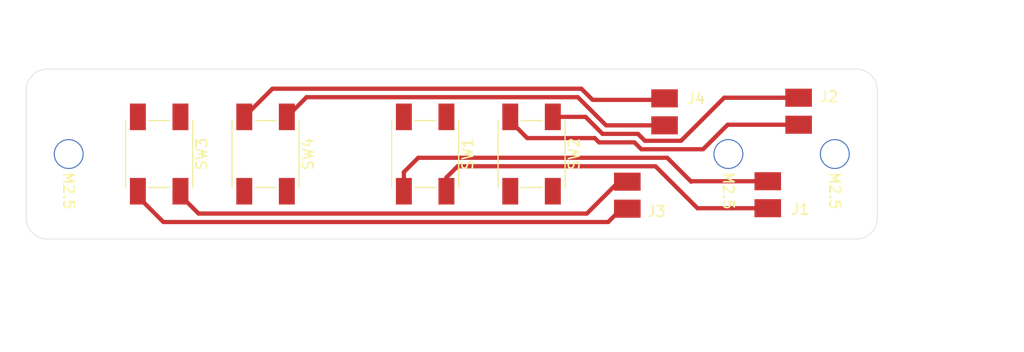
<source format=kicad_pcb>
(kicad_pcb (version 20221018) (generator pcbnew)
  (layers (0 "F.Cu" signal) (31 "B.Cu" signal) (34 "B.Paste" user) (35 "F.Paste" user) (36 "B.SilkS" user "B.Silkscreen") (37 "F.SilkS" user "F.Silkscreen") (38 "B.Mask" user) (39 "F.Mask" user) (44 "Edge.Cuts" user))
  (net 0 "")
  (net 1 "TPAD_A")
  (net 2 "TPAD_B")
  (net 3 "MENU_A")
  (net 4 "MENU_B")
  (net 5 "TRIG_A")
  (net 6 "TRIG_B")
  (net 7 "GRIP_A")
  (net 8 "GRIP_B")
  (footprint "fab:Button_Omron_B3SN_6.0x6.0mm" (layer "F.Cu") (at 107.5 98 -90)
    (fp_text reference "SW3" (at 0 -4 90) (layer "F.SilkS"))
    (fp_text value "TRIG")
    (fp_line (start -3.15 -3.15) (end 3.15 -3.15) (stroke (width 0.12)) (layer "F.SilkS"))
    (fp_line (start -3.15 1) (end -3.15 -1) (stroke (width 0.12)) (layer "F.SilkS"))
    (fp_line (start 3.15 -1) (end 3.15 1) (stroke (width 0.12)) (layer "F.SilkS"))
    (fp_line (start 3.15 3.15) (end -3.15 3.15) (stroke (width 0.12)) (layer "F.SilkS"))
    (pad "1" smd rect (at -3.5 -2 270) (size 2.5 1.5) (layers "F.Cu" "F.Paste" "F.Mask") (net 5 "TRIG_A"))
    (pad "1" smd rect (at 3.5 -2 270) (size 2.5 1.5) (layers "F.Cu" "F.Paste" "F.Mask") (net 5 "TRIG_A"))
    (pad "2" smd rect (at -3.5 2 270) (size 2.5 1.5) (layers "F.Cu" "F.Paste" "F.Mask") (net 6 "TRIG_B"))
    (pad "2" smd rect (at 3.5 2 270) (size 2.5 1.5) (layers "F.Cu" "F.Paste" "F.Mask") (net 6 "TRIG_B"))
  )
  (footprint "fab:Button_Omron_B3SN_6.0x6.0mm" (layer "F.Cu") (at 142.5 98 -90)
    (fp_text reference "SW2" (at 0 -4 90) (layer "F.SilkS"))
    (fp_text value "MENU")
    (fp_line (start -3.15 -3.15) (end 3.15 -3.15) (stroke (width 0.12)) (layer "F.SilkS"))
    (fp_line (start -3.15 1) (end -3.15 -1) (stroke (width 0.12)) (layer "F.SilkS"))
    (fp_line (start 3.15 -1) (end 3.15 1) (stroke (width 0.12)) (layer "F.SilkS"))
    (fp_line (start 3.15 3.15) (end -3.15 3.15) (stroke (width 0.12)) (layer "F.SilkS"))
    (pad "1" smd rect (at -3.5 -2 270) (size 2.5 1.5) (layers "F.Cu" "F.Paste" "F.Mask") (net 3 "MENU_A"))
    (pad "1" smd rect (at 3.5 -2 270) (size 2.5 1.5) (layers "F.Cu" "F.Paste" "F.Mask") (net 3 "MENU_A"))
    (pad "2" smd rect (at -3.5 2 270) (size 2.5 1.5) (layers "F.Cu" "F.Paste" "F.Mask") (net 4 "MENU_B"))
    (pad "2" smd rect (at 3.5 2 270) (size 2.5 1.5) (layers "F.Cu" "F.Paste" "F.Mask") (net 4 "MENU_B"))
  )
  (footprint "fab:PinHeader_1x02_P2.54mm_Horizontal_SMD" (layer "F.Cu") (at 164.7 103.1 180)
    (fp_text reference "J1" (at -2.1 -0.1) (layer "F.SilkS") (effects (justify left)))
    (fp_text value "CON_TPAD")
    (pad "1" smd rect (at 0 0 180) (size 2.5 1.7) (layers "F.Cu" "F.Paste" "F.Mask") (net 1 "TPAD_A"))
    (pad "2" smd rect (at 0 2.54 180) (size 2.5 1.7) (layers "F.Cu" "F.Paste" "F.Mask") (net 2 "TPAD_B"))
  )
  (footprint "fab:PinHeader_1x02_P2.54mm_Horizontal_SMD" (layer "F.Cu") (at 167.6 92.7)
    (fp_text reference "J2" (at 3.8 -0.1) (layer "F.SilkS") (effects (justify right)))
    (fp_text value "CON_MENU")
    (pad "1" smd rect (at 0 0) (size 2.5 1.7) (layers "F.Cu" "F.Paste" "F.Mask") (net 3 "MENU_A"))
    (pad "2" smd rect (at 0 2.54) (size 2.5 1.7) (layers "F.Cu" "F.Paste" "F.Mask") (net 4 "MENU_B"))
  )
  (footprint "fab:PinHeader_1x02_P2.54mm_Horizontal_SMD" (layer "F.Cu") (at 151.5 100.6)
    (fp_text reference "J3" (at 3.7 2.8) (layer "F.SilkS") (effects (justify right)))
    (fp_text value "CON_TRIG")
    (pad "1" smd rect (at 0 0) (size 2.5 1.7) (layers "F.Cu" "F.Paste" "F.Mask") (net 5 "TRIG_A"))
    (pad "2" smd rect (at 0 2.54) (size 2.5 1.7) (layers "F.Cu" "F.Paste" "F.Mask") (net 6 "TRIG_B"))
  )
  (footprint "fab:MountingHole_M2.5" (layer "F.Cu") (at 171 98 -90)
    (fp_text reference "H2" hide)
    (fp_text value "~" hide)
    (fp_text user "M2.5" (at 1.6 0 -90 unlocked) (layer "F.SilkS") (effects (font (thickness 0.15) bold) (justify left)))
    (pad "" thru_hole circle (at 0 0 270) (size 2.8 2.8) (drill 2.6) (layers "*.Cu" "*.Mask"))
  )
  (footprint "fab:Button_Omron_B3SN_6.0x6.0mm" (layer "F.Cu") (at 132.5 98 -90)
    (fp_text reference "SW1" (at 0 -4 90) (layer "F.SilkS"))
    (fp_text value "TPAD")
    (fp_line (start -3.15 -3.15) (end 3.15 -3.15) (stroke (width 0.12)) (layer "F.SilkS"))
    (fp_line (start -3.15 1) (end -3.15 -1) (stroke (width 0.12)) (layer "F.SilkS"))
    (fp_line (start 3.15 -1) (end 3.15 1) (stroke (width 0.12)) (layer "F.SilkS"))
    (fp_line (start 3.15 3.15) (end -3.15 3.15) (stroke (width 0.12)) (layer "F.SilkS"))
    (pad "1" smd rect (at -3.5 -2 270) (size 2.5 1.5) (layers "F.Cu" "F.Paste" "F.Mask") (net 1 "TPAD_A"))
    (pad "1" smd rect (at 3.5 -2 270) (size 2.5 1.5) (layers "F.Cu" "F.Paste" "F.Mask") (net 1 "TPAD_A"))
    (pad "2" smd rect (at -3.5 2 270) (size 2.5 1.5) (layers "F.Cu" "F.Paste" "F.Mask") (net 2 "TPAD_B"))
    (pad "2" smd rect (at 3.5 2 270) (size 2.5 1.5) (layers "F.Cu" "F.Paste" "F.Mask") (net 2 "TPAD_B"))
  )
  (footprint "fab:MountingHole_M2.5" (layer "F.Cu") (at 99 98 -90)
    (fp_text reference "H3" hide)
    (fp_text value "~" hide)
    (fp_text user "M2.5" (at 1.6 0 -90 unlocked) (layer "F.SilkS") (effects (font (thickness 0.15) bold) (justify left)))
    (pad "" thru_hole circle (at 0 0 270) (size 2.8 2.8) (drill 2.6) (layers "*.Cu" "*.Mask"))
  )
  (footprint "fab:PinHeader_1x02_P2.54mm_Horizontal_SMD" (layer "F.Cu") (at 155 95.3 180)
    (fp_text reference "J4" (at -2 2.5) (layer "F.SilkS") (effects (justify left)))
    (fp_text value "CON_GRIP")
    (pad "1" smd rect (at 0 0 180) (size 2.5 1.7) (layers "F.Cu" "F.Paste" "F.Mask") (net 7 "GRIP_A"))
    (pad "2" smd rect (at 0 2.54 180) (size 2.5 1.7) (layers "F.Cu" "F.Paste" "F.Mask") (net 8 "GRIP_B"))
  )
  (footprint "fab:MountingHole_M2.5" (layer "F.Cu") (at 161 98 -90)
    (fp_text reference "H1" hide)
    (fp_text value "~" hide)
    (fp_text user "M2.5" (at 1.6 0 -90 unlocked) (layer "F.SilkS") (effects (font (thickness 0.15) bold) (justify left)))
    (pad "" thru_hole circle (at 0 0 270) (size 2.8 2.8) (drill 2.6) (layers "*.Cu" "*.Mask"))
  )
  (footprint "fab:Button_Omron_B3SN_6.0x6.0mm" (layer "F.Cu") (at 117.5 98 -90)
    (fp_text reference "SW4" (at 0 -4 90) (layer "F.SilkS"))
    (fp_text value "GRIP")
    (fp_line (start -3.15 -3.15) (end 3.15 -3.15) (stroke (width 0.12)) (layer "F.SilkS"))
    (fp_line (start -3.15 1) (end -3.15 -1) (stroke (width 0.12)) (layer "F.SilkS"))
    (fp_line (start 3.15 -1) (end 3.15 1) (stroke (width 0.12)) (layer "F.SilkS"))
    (fp_line (start 3.15 3.15) (end -3.15 3.15) (stroke (width 0.12)) (layer "F.SilkS"))
    (pad "1" smd rect (at -3.5 -2 270) (size 2.5 1.5) (layers "F.Cu" "F.Paste" "F.Mask") (net 7 "GRIP_A"))
    (pad "1" smd rect (at 3.5 -2 270) (size 2.5 1.5) (layers "F.Cu" "F.Paste" "F.Mask") (net 7 "GRIP_A"))
    (pad "2" smd rect (at -3.5 2 270) (size 2.5 1.5) (layers "F.Cu" "F.Paste" "F.Mask") (net 8 "GRIP_B"))
    (pad "2" smd rect (at 3.5 2 270) (size 2.5 1.5) (layers "F.Cu" "F.Paste" "F.Mask") (net 8 "GRIP_B"))
  )
  (gr_arc (start 173 90) (mid 174.414214 90.585786) (end 175 92) (stroke (width 0.05)) (layer "Edge.Cuts"))
  (gr_line (start 173 106) (end 97 106) (stroke (width 0.05)) (layer "Edge.Cuts"))
  (gr_arc (start 97 106) (mid 95.585786 105.414214) (end 95 104) (stroke (width 0.05)) (layer "Edge.Cuts"))
  (gr_arc (start 95 92) (mid 95.585786 90.585786) (end 97 90) (stroke (width 0.05)) (layer "Edge.Cuts"))
  (gr_arc (start 175 104) (mid 174.414214 105.414214) (end 173 106) (stroke (width 0.05)) (layer "Edge.Cuts"))
  (gr_line (start 95 104) (end 95 92) (stroke (width 0.05)) (layer "Edge.Cuts"))
  (gr_line (start 175 92) (end 175 104) (stroke (width 0.05)) (layer "Edge.Cuts"))
  (gr_line (start 97 90) (end 173 90) (stroke (width 0.05)) (layer "Edge.Cuts"))
  (segment (start 135.55 99.15) (end 154.15 99.15) (width 0.4) (layer "F.Cu") (net 1))
  (segment (start 134.5 101.5) (end 134.5 100.2) (width 0.4) (layer "F.Cu") (net 1))
  (segment (start 154.15 99.15) (end 158.1 103.1) (width 0.4) (layer "F.Cu") (net 1))
  (segment (start 158.1 103.1) (end 164.7 103.1) (width 0.4) (layer "F.Cu") (net 1))
  (segment (start 134.5 100.2) (end 135.55 99.15) (width 0.4) (layer "F.Cu") (net 1))
  (segment (start 157.5 100.6) (end 157.54 100.56) (width 0.4) (layer "F.Cu") (net 2))
  (segment (start 131.85 98.35) (end 155.25 98.35) (width 0.4) (layer "F.Cu") (net 2))
  (segment (start 155.25 98.35) (end 157.5 100.6) (width 0.4) (layer "F.Cu") (net 2))
  (segment (start 157.54 100.56) (end 164.7 100.56) (width 0.4) (layer "F.Cu") (net 2))
  (segment (start 130.5 99.7) (end 131.85 98.35) (width 0.4) (layer "F.Cu") (net 2))
  (segment (start 130.5 101.5) (end 130.5 99.7) (width 0.4) (layer "F.Cu") (net 2))
  (segment (start 160.6 92.7) (end 167.6 92.7) (width 0.4) (layer "F.Cu") (net 3))
  (segment (start 144.5 94.5) (end 147.568629 94.5) (width 0.4) (layer "F.Cu") (net 3))
  (segment (start 156.55 96.75) (end 160.6 92.7) (width 0.4) (layer "F.Cu") (net 3))
  (segment (start 147.568629 94.5) (end 149.168629 96.1) (width 0.4) (layer "F.Cu") (net 3))
  (segment (start 153.15 96.75) (end 156.55 96.75) (width 0.4) (layer "F.Cu") (net 3))
  (segment (start 152.5 96.1) (end 153.15 96.75) (width 0.4) (layer "F.Cu") (net 3))
  (segment (start 149.168629 96.1) (end 152.5 96.1) (width 0.4) (layer "F.Cu") (net 3))
  (segment (start 152.81863 97.55) (end 158.621572 97.55) (width 0.4) (layer "F.Cu") (net 4))
  (segment (start 148.437258 96.5) (end 148.837258 96.9) (width 0.4) (layer "F.Cu") (net 4))
  (segment (start 148.837258 96.9) (end 152.16863 96.9) (width 0.4) (layer "F.Cu") (net 4))
  (segment (start 152.16863 96.9) (end 152.81863 97.55) (width 0.4) (layer "F.Cu") (net 4))
  (segment (start 158.621572 97.55) (end 160.931572 95.24) (width 0.4) (layer "F.Cu") (net 4))
  (segment (start 160.931572 95.24) (end 167.6 95.24) (width 0.4) (layer "F.Cu") (net 4))
  (segment (start 140.5 94.9) (end 142.1 96.5) (width 0.4) (layer "F.Cu") (net 4))
  (segment (start 140.5 94.5) (end 140.5 94.9) (width 0.4) (layer "F.Cu") (net 4))
  (segment (start 142.1 96.5) (end 148.437258 96.5) (width 0.4) (layer "F.Cu") (net 4))
  (segment (start 147.7 103.6) (end 150.7 100.6) (width 0.4) (layer "F.Cu") (net 5))
  (segment (start 111.2 103.6) (end 147.7 103.6) (width 0.4) (layer "F.Cu") (net 5))
  (segment (start 109.5 101.5) (end 109.5 101.9) (width 0.4) (layer "F.Cu") (net 5))
  (segment (start 109.5 101.9) (end 111.2 103.6) (width 0.4) (layer "F.Cu") (net 5))
  (segment (start 150.7 100.6) (end 151.5 100.6) (width 0.4) (layer "F.Cu") (net 5))
  (segment (start 149.7 104.4) (end 150.9 103.2) (width 0.4) (layer "F.Cu") (net 6))
  (segment (start 105.5 102) (end 107.9 104.4) (width 0.4) (layer "F.Cu") (net 6))
  (segment (start 105.5 101.5) (end 105.5 102) (width 0.4) (layer "F.Cu") (net 6))
  (segment (start 150.9 103.2) (end 151.44 103.2) (width 0.4) (layer "F.Cu") (net 6))
  (segment (start 107.9 104.4) (end 149.7 104.4) (width 0.4) (layer "F.Cu") (net 6))
  (segment (start 151.44 103.2) (end 151.5 103.14) (width 0.4) (layer "F.Cu") (net 6))
  (segment (start 121.35 92.65) (end 146.85 92.65) (width 0.4) (layer "F.Cu") (net 7))
  (segment (start 119.5 94.5) (end 121.35 92.65) (width 0.4) (layer "F.Cu") (net 7))
  (segment (start 149.5 95.3) (end 155 95.3) (width 0.4) (layer "F.Cu") (net 7))
  (segment (start 146.85 92.65) (end 149.5 95.3) (width 0.4) (layer "F.Cu") (net 7))
  (segment (start 115.5 94.5) (end 118.15 91.85) (width 0.4) (layer "F.Cu") (net 8))
  (segment (start 118.15 91.85) (end 147.18137 91.85) (width 0.4) (layer "F.Cu") (net 8))
  (segment (start 147.18137 91.85) (end 148.23137 92.9) (width 0.4) (layer "F.Cu") (net 8))
  (segment (start 154.86 92.9) (end 155 92.76) (width 0.4) (layer "F.Cu") (net 8))
  (segment (start 148.23137 92.9) (end 154.86 92.9) (width 0.4) (layer "F.Cu") (net 8))
)
</source>
